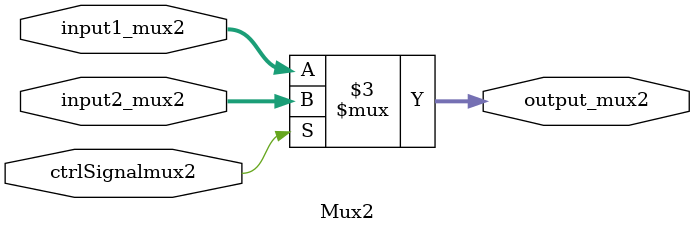
<source format=v>
module Mux2(
    input ctrlSignalmux2,
	input [4:0]input1_mux2, input2_mux2,
	output reg [4:0]output_mux2
);
// Conexiones


// Cuerpo del modulo
always@*
begin
	if(ctrlSignalmux2)
        begin
            output_mux2 = input2_mux2;
        end
    else
        begin
            output_mux2 = input1_mux2;
        end
end

endmodule

</source>
